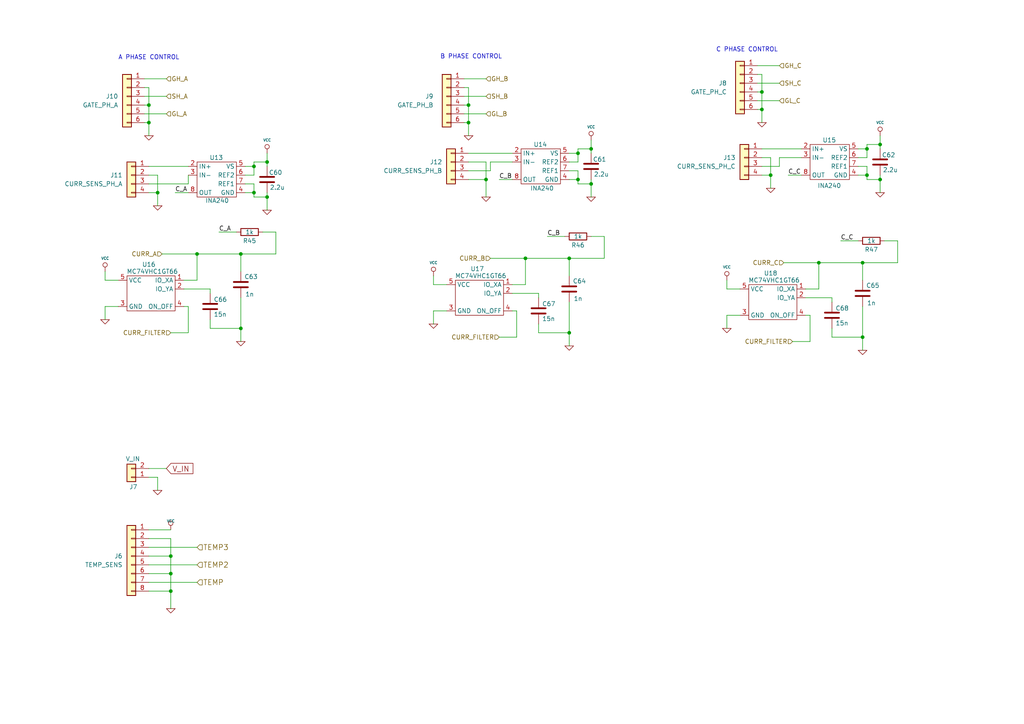
<source format=kicad_sch>
(kicad_sch (version 20231120) (generator "eeschema") (generator_version "8.0")
  (paper "A4")
  (title_block (title "MyVESC") (comment 2 "BREKESHEV BAKTIYAR"))
  (lib_symbols
    (symbol "BLDC_4-rescue:GND-RESCUE-BLDC_4" (power) (pin_names (offset 0))
      (symbol "GND-RESCUE-BLDC_4_0_1"
        (polyline (pts (xy -1.27 0) (xy 0 -1.27) (xy 1.27 0) (xy -1.27 0)))
      )
      (symbol "GND-RESCUE-BLDC_4_1_1"
        (pin power_in line (at 0 0 90) (length 0) hide (name "GND") (number "1"))
      )
    )
    (symbol "BLDC_4-rescue:VCC" (power) (pin_names (offset 0))
      (property "Value" "VCC" (at 0 3.81 0))
      (symbol "VCC_0_1"
        (polyline (pts (xy 0 0) (xy 0 1.27)))
        (circle (center 0 1.905) (radius 0.635))
      )
      (symbol "VCC_1_1"
        (pin power_in line (at 0 0 90) (length 0) hide (name "VCC") (number "1"))
      )
    )
    (symbol "Connector_Generic:Conn_01x02" (pin_names (offset 1.016) hide)
      (property "Reference" "J" (at 0 2.54 0))
      (property "Value" "Conn_01x02" (at 0 -5.08 0))
      (symbol "Conn_01x02_1_1"
        (rectangle (start -1.27 -2.413) (end 0 -2.667) (stroke (width 0.1524)))
        (rectangle (start -1.27 0.127) (end 0 -0.127) (stroke (width 0.1524)))
        (rectangle (start -1.27 1.27) (end 1.27 -3.81) (stroke (width 0.254)) (fill (type background)))
        (pin passive line (at -5.08 0 0) (length 3.81) (name "Pin_1") (number "1"))
        (pin passive line (at -5.08 -2.54 0) (length 3.81) (name "Pin_2") (number "2"))
      )
    )
    (symbol "Connector_Generic:Conn_01x04" (pin_names (offset 1.016) hide)
      (property "Reference" "J" (at 0 5.08 0))
      (property "Value" "Conn_01x04" (at 0 -7.62 0))
      (symbol "Conn_01x04_1_1"
        (rectangle (start -1.27 -4.953) (end 0 -5.207) (stroke (width 0.1524)))
        (rectangle (start -1.27 -2.413) (end 0 -2.667) (stroke (width 0.1524)))
        (rectangle (start -1.27 0.127) (end 0 -0.127) (stroke (width 0.1524)))
        (rectangle (start -1.27 2.667) (end 0 2.413) (stroke (width 0.1524)))
        (rectangle (start -1.27 3.81) (end 1.27 -6.35) (stroke (width 0.254)) (fill (type background)))
        (pin passive line (at -5.08 2.54 0) (length 3.81) (name "Pin_1") (number "1"))
        (pin passive line (at -5.08 0 0) (length 3.81) (name "Pin_2") (number "2"))
        (pin passive line (at -5.08 -2.54 0) (length 3.81) (name "Pin_3") (number "3"))
        (pin passive line (at -5.08 -5.08 0) (length 3.81) (name "Pin_4") (number "4"))
      )
    )
    (symbol "Connector_Generic:Conn_01x06" (pin_names (offset 1.016) hide)
      (property "Reference" "J" (at 0 7.62 0))
      (property "Value" "Conn_01x06" (at 0 -10.16 0))
      (symbol "Conn_01x06_1_1"
        (rectangle (start -1.27 -7.493) (end 0 -7.747) (stroke (width 0.1524)))
        (rectangle (start -1.27 -4.953) (end 0 -5.207) (stroke (width 0.1524)))
        (rectangle (start -1.27 -2.413) (end 0 -2.667) (stroke (width 0.1524)))
        (rectangle (start -1.27 0.127) (end 0 -0.127) (stroke (width 0.1524)))
        (rectangle (start -1.27 2.667) (end 0 2.413) (stroke (width 0.1524)))
        (rectangle (start -1.27 5.207) (end 0 4.953) (stroke (width 0.1524)))
        (rectangle (start -1.27 6.35) (end 1.27 -8.89) (stroke (width 0.254)) (fill (type background)))
        (pin passive line (at -5.08 5.08 0) (length 3.81) (name "Pin_1") (number "1"))
        (pin passive line (at -5.08 2.54 0) (length 3.81) (name "Pin_2") (number "2"))
        (pin passive line (at -5.08 0 0) (length 3.81) (name "Pin_3") (number "3"))
        (pin passive line (at -5.08 -2.54 0) (length 3.81) (name "Pin_4") (number "4"))
        (pin passive line (at -5.08 -5.08 0) (length 3.81) (name "Pin_5") (number "5"))
        (pin passive line (at -5.08 -7.62 0) (length 3.81) (name "Pin_6") (number "6"))
      )
    )
    (symbol "Connector_Generic:Conn_01x08" (pin_names (offset 1.016) hide)
      (property "Reference" "J" (at 0 10.16 0))
      (property "Value" "Conn_01x08" (at 0 -12.7 0))
      (symbol "Conn_01x08_1_1"
        (rectangle (start -1.27 -10.033) (end 0 -10.287) (stroke (width 0.1524)))
        (rectangle (start -1.27 -7.493) (end 0 -7.747) (stroke (width 0.1524)))
        (rectangle (start -1.27 -4.953) (end 0 -5.207) (stroke (width 0.1524)))
        (rectangle (start -1.27 -2.413) (end 0 -2.667) (stroke (width 0.1524)))
        (rectangle (start -1.27 0.127) (end 0 -0.127) (stroke (width 0.1524)))
        (rectangle (start -1.27 2.667) (end 0 2.413) (stroke (width 0.1524)))
        (rectangle (start -1.27 5.207) (end 0 4.953) (stroke (width 0.1524)))
        (rectangle (start -1.27 7.747) (end 0 7.493) (stroke (width 0.1524)))
        (rectangle (start -1.27 8.89) (end 1.27 -11.43) (stroke (width 0.254)) (fill (type background)))
        (pin passive line (at -5.08 7.62 0) (length 3.81) (name "Pin_1") (number "1"))
        (pin passive line (at -5.08 5.08 0) (length 3.81) (name "Pin_2") (number "2"))
        (pin passive line (at -5.08 2.54 0) (length 3.81) (name "Pin_3") (number "3"))
        (pin passive line (at -5.08 0 0) (length 3.81) (name "Pin_4") (number "4"))
        (pin passive line (at -5.08 -2.54 0) (length 3.81) (name "Pin_5") (number "5"))
        (pin passive line (at -5.08 -5.08 0) (length 3.81) (name "Pin_6") (number "6"))
        (pin passive line (at -5.08 -7.62 0) (length 3.81) (name "Pin_7") (number "7"))
        (pin passive line (at -5.08 -10.16 0) (length 3.81) (name "Pin_8") (number "8"))
      )
    )
    (symbol "Device:C" (pin_numbers hide) (pin_names (offset 0.254))
      (property "Reference" "C" (at 0.635 2.54 0))
      (property "Value" "C" (at 0.635 -2.54 0))
      (symbol "C_0_1"
        (polyline (pts (xy -2.032 -0.762) (xy 2.032 -0.762)) (stroke (width 0.508)))
        (polyline (pts (xy -2.032 0.762) (xy 2.032 0.762)) (stroke (width 0.508)))
      )
      (symbol "C_1_1"
        (pin passive line (at 0 3.81 270) (length 2.794) (name "~") (number "1"))
        (pin passive line (at 0 -3.81 90) (length 2.794) (name "~") (number "2"))
      )
    )
    (symbol "Device:R" (pin_numbers hide) (pin_names (offset 0))
      (property "Reference" "R" (at 2.032 0 90))
      (property "Value" "R" (at 0 0 90))
      (symbol "R_0_1"
        (rectangle (start -1.016 -2.54) (end 1.016 2.54) (stroke (width 0.254)))
      )
      (symbol "R_1_1"
        (pin passive line (at 0 3.81 270) (length 1.27) (name "~") (number "1"))
        (pin passive line (at 0 -3.81 90) (length 1.27) (name "~") (number "2"))
      )
    )
    (symbol "INA240:INA240"
      (property "Reference" "U13" (at 3.048 0 0))
      (property "Value" "INA240" (at 3.302 -12.446 0))
      (symbol "INA240_0_1"
        (rectangle (start -2.54 -1.27) (end 8.89 -11.43))
      )
      (symbol "INA240_1_1"
        (pin input line (at -5.08 -2.54 0) (length 2.54) (name "IN+") (number "2"))
        (pin input line (at -5.08 -5.08 0) (length 2.54) (name "IN-") (number "3"))
        (pin passive line (at 11.43 -10.16 180) (length 2.54) (name "GND") (number "4"))
        (pin passive line (at 11.43 -2.54 180) (length 2.54) (name "VS") (number "5"))
        (pin passive line (at 11.43 -5.08 180) (length 2.54) (name "REF2") (number "6"))
        (pin passive line (at 11.43 -7.62 180) (length 2.54) (name "REF1") (number "7"))
        (pin output line (at -5.08 -10.16 0) (length 2.54) (name "OUT") (number "8"))
      )
    )
    (symbol "INA240_1"
      (property "Reference" "U15" (at 3.048 0 0))
      (property "Value" "INA240" (at 3.048 -13.208 0))
      (symbol "INA240_1_0_1"
        (rectangle (start -2.54 -1.27) (end 8.89 -11.43))
      )
      (symbol "INA240_1_1_1"
        (pin input line (at -5.08 -2.54 0) (length 2.54) (name "IN+") (number "2"))
        (pin input line (at -5.08 -5.08 0) (length 2.54) (name "IN-") (number "3"))
        (pin passive line (at 11.43 -10.16 180) (length 2.54) (name "GND") (number "4"))
        (pin passive line (at 11.43 -2.54 180) (length 2.54) (name "VS") (number "5"))
        (pin passive line (at 11.43 -5.08 180) (length 2.54) (name "REF2") (number "6"))
        (pin passive line (at 11.43 -7.62 180) (length 2.54) (name "REF1") (number "7"))
        (pin output line (at -5.08 -10.16 0) (length 2.54) (name "OUT") (number "8"))
      )
    )
    (symbol "INA240_2"
      (property "Reference" "U14" (at 3.048 0 0))
      (property "Value" "INA240" (at 3.556 -12.7 0))
      (symbol "INA240_2_0_1"
        (rectangle (start -2.54 -1.27) (end 8.89 -11.43))
      )
      (symbol "INA240_2_1_1"
        (pin input line (at -5.08 -2.54 0) (length 2.54) (name "IN+") (number "2"))
        (pin input line (at -5.08 -5.08 0) (length 2.54) (name "IN-") (number "3"))
        (pin passive line (at 11.43 -10.16 180) (length 2.54) (name "GND") (number "4"))
        (pin passive line (at 11.43 -2.54 180) (length 2.54) (name "VS") (number "5"))
        (pin passive line (at 11.43 -5.08 180) (length 2.54) (name "REF2") (number "6"))
        (pin passive line (at 11.43 -7.62 180) (length 2.54) (name "REF1") (number "7"))
        (pin output line (at -5.08 -10.16 0) (length 2.54) (name "OUT") (number "8"))
      )
    )
    (symbol "MC74VHC1GT66:MC74VHC1GT66"
      (property "Reference" "U7" (at 0 2.032 0))
      (property "Value" "MC74VHC1GT66" (at 1.016 0 0))
      (symbol "MC74VHC1GT66_0_1"
        (rectangle (start -6.35 -1.27) (end 7.62 -11.43))
      )
      (symbol "MC74VHC1GT66_1_1"
        (pin passive line (at 10.16 -2.54 180) (length 2.54) (name "IO_XA") (number "1"))
        (pin passive line (at 10.16 -5.08 180) (length 2.54) (name "IO_YA") (number "2"))
        (pin passive line (at -8.89 -10.16 0) (length 2.54) (name "GND") (number "3"))
        (pin passive line (at 10.16 -10.16 180) (length 2.54) (name "ON_OFF") (number "4"))
        (pin power_in line (at -8.89 -2.54 0) (length 2.54) (name "VCC") (number "5"))
      )
    )
  )
  (junction (at 73.66 48.26))
  (junction (at 69.85 95.25))
  (junction (at 165.1 96.52))
  (junction (at 43.18 30.48))
  (junction (at 251.46 43.18))
  (junction (at 251.46 50.8))
  (junction (at 49.53 166.37))
  (junction (at 220.98 26.67))
  (junction (at 152.4 74.93))
  (junction (at 167.64 44.45))
  (junction (at 250.19 97.79))
  (junction (at 49.53 171.45))
  (junction (at 135.89 35.56))
  (junction (at 171.45 43.18))
  (junction (at 220.98 31.75))
  (junction (at 135.89 30.48))
  (junction (at 250.19 76.2))
  (junction (at 255.27 41.91))
  (junction (at 223.52 50.8))
  (junction (at 43.18 35.56))
  (junction (at 255.27 52.07))
  (junction (at 167.64 52.07))
  (junction (at 77.47 57.15))
  (junction (at 73.66 55.88))
  (junction (at 45.72 55.88))
  (junction (at 69.85 73.66))
  (junction (at 171.45 53.34))
  (junction (at 237.49 76.2))
  (junction (at 77.47 46.99))
  (junction (at 140.97 52.07))
  (junction (at 165.1 74.93))
  (junction (at 57.15 73.66))
  (junction (at 49.53 161.29))
  (wire (pts (xy 165.1 87.63) (xy 165.1 96.52)))
  (wire (pts (xy 73.66 50.8) (xy 73.66 48.26)))
  (wire (pts (xy 171.45 43.18) (xy 167.64 43.18)))
  (wire (pts (xy 43.18 35.56) (xy 43.18 30.48)))
  (wire (pts (xy 142.24 49.53) (xy 135.89 49.53)))
  (wire (pts (xy 43.18 138.43) (xy 45.72 138.43)))
  (wire (pts (xy 77.47 44.45) (xy 77.47 46.99)))
  (wire (pts (xy 49.53 156.21) (xy 49.53 161.29)))
  (wire (pts (xy 134.62 22.86) (xy 140.97 22.86)))
  (wire (pts (xy 57.15 168.91) (xy 43.18 168.91)))
  (wire (pts (xy 135.89 25.4) (xy 135.89 30.48)))
  (wire (pts (xy 125.73 90.17) (xy 125.73 93.98)))
  (wire (pts (xy 53.34 88.9) (xy 54.61 88.9)))
  (wire (pts (xy 241.3 97.79) (xy 250.19 97.79)))
  (wire (pts (xy 80.01 67.31) (xy 80.01 73.66)))
  (wire (pts (xy 60.96 95.25) (xy 60.96 92.71)))
  (wire (pts (xy 250.19 76.2) (xy 237.49 76.2)))
  (wire (pts (xy 135.89 44.45) (xy 148.59 44.45)))
  (wire (pts (xy 69.85 95.25) (xy 69.85 99.06)))
  (wire (pts (xy 248.92 43.18) (xy 251.46 43.18)))
  (wire (pts (xy 45.72 50.8) (xy 45.72 55.88)))
  (wire (pts (xy 43.18 53.34) (xy 54.61 53.34)))
  (wire (pts (xy 156.21 86.36) (xy 156.21 85.09)))
  (wire (pts (xy 241.3 86.36) (xy 233.68 86.36)))
  (wire (pts (xy 49.53 171.45) (xy 49.53 176.53)))
  (wire (pts (xy 255.27 52.07) (xy 255.27 55.88)))
  (wire (pts (xy 220.98 31.75) (xy 220.98 26.67)))
  (wire (pts (xy 140.97 33.02) (xy 134.62 33.02)))
  (wire (pts (xy 135.89 35.56) (xy 135.89 39.37)))
  (wire (pts (xy 73.66 46.99) (xy 77.47 46.99)))
  (wire (pts (xy 220.98 21.59) (xy 220.98 26.67)))
  (wire (pts (xy 251.46 48.26) (xy 251.46 50.8)))
  (wire (pts (xy 60.96 85.09) (xy 60.96 83.82)))
  (wire (pts (xy 46.99 73.66) (xy 57.15 73.66)))
  (wire (pts (xy 43.18 48.26) (xy 54.61 48.26)))
  (wire (pts (xy 135.89 35.56) (xy 135.89 30.48)))
  (wire (pts (xy 220.98 48.26) (xy 226.06 48.26)))
  (wire (pts (xy 220.98 26.67) (xy 219.71 26.67)))
  (wire (pts (xy 54.61 88.9) (xy 54.61 96.52)))
  (wire (pts (xy 60.96 95.25) (xy 69.85 95.25)))
  (wire (pts (xy 167.64 43.18) (xy 167.64 44.45)))
  (wire (pts (xy 165.1 46.99) (xy 167.64 46.99)))
  (wire (pts (xy 142.24 74.93) (xy 152.4 74.93)))
  (wire (pts (xy 30.48 88.9) (xy 30.48 92.71)))
  (wire (pts (xy 171.45 52.07) (xy 171.45 53.34)))
  (wire (pts (xy 152.4 74.93) (xy 152.4 82.55)))
  (wire (pts (xy 63.5 67.31) (xy 68.58 67.31)))
  (wire (pts (xy 77.47 46.99) (xy 77.47 48.26)))
  (wire (pts (xy 255.27 50.8) (xy 255.27 52.07)))
  (wire (pts (xy 69.85 86.36) (xy 69.85 95.25)))
  (wire (pts (xy 165.1 49.53) (xy 167.64 49.53)))
  (wire (pts (xy 260.35 69.85) (xy 256.54 69.85)))
  (wire (pts (xy 71.12 50.8) (xy 73.66 50.8)))
  (wire (pts (xy 219.71 19.05) (xy 226.06 19.05)))
  (wire (pts (xy 167.64 46.99) (xy 167.64 44.45)))
  (wire (pts (xy 175.26 68.58) (xy 175.26 74.93)))
  (wire (pts (xy 158.75 68.58) (xy 163.83 68.58)))
  (wire (pts (xy 171.45 53.34) (xy 167.64 53.34)))
  (wire (pts (xy 220.98 50.8) (xy 223.52 50.8)))
  (wire (pts (xy 223.52 50.8) (xy 223.52 54.61)))
  (wire (pts (xy 165.1 44.45) (xy 167.64 44.45)))
  (wire (pts (xy 41.91 22.86) (xy 48.26 22.86)))
  (wire (pts (xy 73.66 53.34) (xy 73.66 55.88)))
  (wire (pts (xy 255.27 52.07) (xy 251.46 52.07)))
  (wire (pts (xy 135.89 30.48) (xy 134.62 30.48)))
  (wire (pts (xy 41.91 35.56) (xy 43.18 35.56)))
  (wire (pts (xy 220.98 43.18) (xy 232.41 43.18)))
  (wire (pts (xy 241.3 97.79) (xy 241.3 95.25)))
  (wire (pts (xy 165.1 96.52) (xy 165.1 100.33)))
  (wire (pts (xy 234.95 91.44) (xy 234.95 99.06)))
  (wire (pts (xy 71.12 48.26) (xy 73.66 48.26)))
  (wire (pts (xy 43.18 166.37) (xy 49.53 166.37)))
  (wire (pts (xy 250.19 88.9) (xy 250.19 97.79)))
  (wire (pts (xy 134.62 25.4) (xy 135.89 25.4)))
  (wire (pts (xy 219.71 21.59) (xy 220.98 21.59)))
  (wire (pts (xy 255.27 41.91) (xy 251.46 41.91)))
  (wire (pts (xy 237.49 83.82) (xy 233.68 83.82)))
  (wire (pts (xy 260.35 69.85) (xy 260.35 76.2)))
  (wire (pts (xy 251.46 41.91) (xy 251.46 43.18)))
  (wire (pts (xy 34.29 81.28) (xy 30.48 81.28)))
  (wire (pts (xy 45.72 55.88) (xy 45.72 59.69)))
  (wire (pts (xy 250.19 81.28) (xy 250.19 76.2)))
  (wire (pts (xy 251.46 52.07) (xy 251.46 50.8)))
  (wire (pts (xy 129.54 82.55) (xy 125.73 82.55)))
  (wire (pts (xy 45.72 55.88) (xy 43.18 55.88)))
  (wire (pts (xy 129.54 90.17) (xy 125.73 90.17)))
  (wire (pts (xy 171.45 43.18) (xy 171.45 40.64)))
  (wire (pts (xy 57.15 158.75) (xy 43.18 158.75)))
  (wire (pts (xy 226.06 45.72) (xy 232.41 45.72)))
  (wire (pts (xy 54.61 53.34) (xy 54.61 50.8)))
  (wire (pts (xy 250.19 97.79) (xy 250.19 101.6)))
  (wire (pts (xy 156.21 96.52) (xy 156.21 93.98)))
  (wire (pts (xy 255.27 41.91) (xy 255.27 39.37)))
  (wire (pts (xy 234.95 99.06) (xy 229.87 99.06)))
  (wire (pts (xy 226.06 45.72) (xy 226.06 48.26)))
  (wire (pts (xy 156.21 96.52) (xy 165.1 96.52)))
  (wire (pts (xy 140.97 46.99) (xy 140.97 52.07)))
  (wire (pts (xy 226.06 29.21) (xy 219.71 29.21)))
  (wire (pts (xy 219.71 31.75) (xy 220.98 31.75)))
  (wire (pts (xy 241.3 87.63) (xy 241.3 86.36)))
  (wire (pts (xy 48.26 27.94) (xy 41.91 27.94)))
  (wire (pts (xy 80.01 67.31) (xy 76.2 67.31)))
  (wire (pts (xy 43.18 161.29) (xy 49.53 161.29)))
  (wire (pts (xy 43.18 25.4) (xy 43.18 30.48)))
  (wire (pts (xy 175.26 68.58) (xy 171.45 68.58)))
  (wire (pts (xy 248.92 50.8) (xy 251.46 50.8)))
  (wire (pts (xy 43.18 35.56) (xy 43.18 39.37)))
  (wire (pts (xy 80.01 73.66) (xy 69.85 73.66)))
  (wire (pts (xy 69.85 73.66) (xy 57.15 73.66)))
  (wire (pts (xy 54.61 96.52) (xy 49.53 96.52)))
  (wire (pts (xy 227.33 76.2) (xy 237.49 76.2)))
  (wire (pts (xy 171.45 44.45) (xy 171.45 43.18)))
  (wire (pts (xy 125.73 80.01) (xy 125.73 82.55)))
  (wire (pts (xy 148.59 90.17) (xy 149.86 90.17)))
  (wire (pts (xy 214.63 83.82) (xy 210.82 83.82)))
  (wire (pts (xy 233.68 91.44) (xy 234.95 91.44)))
  (wire (pts (xy 57.15 163.83) (xy 43.18 163.83)))
  (wire (pts (xy 69.85 78.74) (xy 69.85 73.66)))
  (wire (pts (xy 73.66 46.99) (xy 73.66 48.26)))
  (wire (pts (xy 49.53 166.37) (xy 49.53 171.45)))
  (wire (pts (xy 43.18 156.21) (xy 49.53 156.21)))
  (wire (pts (xy 43.18 50.8) (xy 45.72 50.8)))
  (wire (pts (xy 43.18 30.48) (xy 41.91 30.48)))
  (wire (pts (xy 135.89 52.07) (xy 140.97 52.07)))
  (wire (pts (xy 49.53 153.67) (xy 43.18 153.67)))
  (wire (pts (xy 210.82 81.28) (xy 210.82 83.82)))
  (wire (pts (xy 43.18 135.89) (xy 48.26 135.89)))
  (wire (pts (xy 260.35 76.2) (xy 250.19 76.2)))
  (wire (pts (xy 255.27 43.18) (xy 255.27 41.91)))
  (wire (pts (xy 30.48 78.74) (xy 30.48 81.28)))
  (wire (pts (xy 165.1 74.93) (xy 152.4 74.93)))
  (wire (pts (xy 175.26 74.93) (xy 165.1 74.93)))
  (wire (pts (xy 167.64 53.34) (xy 167.64 52.07)))
  (wire (pts (xy 167.64 49.53) (xy 167.64 52.07)))
  (wire (pts (xy 48.26 33.02) (xy 41.91 33.02)))
  (wire (pts (xy 237.49 76.2) (xy 237.49 83.82)))
  (wire (pts (xy 45.72 138.43) (xy 45.72 142.24)))
  (wire (pts (xy 149.86 97.79) (xy 144.78 97.79)))
  (wire (pts (xy 144.78 52.07) (xy 148.59 52.07)))
  (wire (pts (xy 77.47 57.15) (xy 73.66 57.15)))
  (wire (pts (xy 210.82 91.44) (xy 210.82 95.25)))
  (wire (pts (xy 41.91 25.4) (xy 43.18 25.4)))
  (wire (pts (xy 165.1 80.01) (xy 165.1 74.93)))
  (wire (pts (xy 73.66 57.15) (xy 73.66 55.88)))
  (wire (pts (xy 77.47 55.88) (xy 77.47 57.15)))
  (wire (pts (xy 248.92 45.72) (xy 251.46 45.72)))
  (wire (pts (xy 156.21 85.09) (xy 148.59 85.09)))
  (wire (pts (xy 71.12 55.88) (xy 73.66 55.88)))
  (wire (pts (xy 142.24 46.99) (xy 148.59 46.99)))
  (wire (pts (xy 57.15 73.66) (xy 57.15 81.28)))
  (wire (pts (xy 228.6 50.8) (xy 232.41 50.8)))
  (wire (pts (xy 149.86 90.17) (xy 149.86 97.79)))
  (wire (pts (xy 171.45 53.34) (xy 171.45 57.15)))
  (wire (pts (xy 226.06 24.13) (xy 219.71 24.13)))
  (wire (pts (xy 71.12 53.34) (xy 73.66 53.34)))
  (wire (pts (xy 223.52 50.8) (xy 223.52 45.72)))
  (wire (pts (xy 77.47 57.15) (xy 77.47 60.96)))
  (wire (pts (xy 60.96 83.82) (xy 53.34 83.82)))
  (wire (pts (xy 34.29 88.9) (xy 30.48 88.9)))
  (wire (pts (xy 243.84 69.85) (xy 248.92 69.85)))
  (wire (pts (xy 248.92 48.26) (xy 251.46 48.26)))
  (wire (pts (xy 142.24 46.99) (xy 142.24 49.53)))
  (wire (pts (xy 223.52 45.72) (xy 220.98 45.72)))
  (wire (pts (xy 214.63 91.44) (xy 210.82 91.44)))
  (wire (pts (xy 57.15 81.28) (xy 53.34 81.28)))
  (wire (pts (xy 140.97 46.99) (xy 135.89 46.99)))
  (wire (pts (xy 50.8 55.88) (xy 54.61 55.88)))
  (wire (pts (xy 140.97 27.94) (xy 134.62 27.94)))
  (wire (pts (xy 251.46 45.72) (xy 251.46 43.18)))
  (wire (pts (xy 49.53 161.29) (xy 49.53 166.37)))
  (wire (pts (xy 220.98 31.75) (xy 220.98 35.56)))
  (wire (pts (xy 134.62 35.56) (xy 135.89 35.56)))
  (wire (pts (xy 140.97 52.07) (xy 140.97 57.15)))
  (wire (pts (xy 49.53 171.45) (xy 43.18 171.45)))
  (wire (pts (xy 152.4 82.55) (xy 148.59 82.55)))
  (wire (pts (xy 165.1 52.07) (xy 167.64 52.07)))
  (text "A PHASE CONTROL\n" (at 43.18 16.764 0) (effects (font (size 1.27 1.27))))
  (text "B PHASE CONTROL\n" (at 136.652 16.51 0) (effects (font (size 1.27 1.27))))
  (text "C PHASE CONTROL\n" (at 216.662 14.478 0) (effects (font (size 1.27 1.27))))
  (label "C_C" (at 228.6 50.8 0))
  (label "C_C" (at 243.84 69.85 0))
  (label "C_A" (at 63.5 67.31 0))
  (label "C_B" (at 144.78 52.07 0))
  (label "C_A" (at 50.8 55.88 0))
  (label "C_B" (at 158.75 68.58 0))
  (global_label "V_IN" (shape input) (at 48.26 135.89 0) (effects (font (size 1.524 1.524))) (property "Intersheetrefs" "${INTERSHEET_REFS}" (effects (hide yes))))
  (hierarchical_label "SH_C" (shape input) (at 226.06 24.13 0))
  (hierarchical_label "GL_C" (shape input) (at 226.06 29.21 0))
  (hierarchical_label "GL_B" (shape input) (at 140.97 33.02 0))
  (hierarchical_label "TEMP2" (shape input) (at 57.15 163.83 0) (effects (font (size 1.524 1.524))))
  (hierarchical_label "TEMP" (shape input) (at 57.15 168.91 0) (effects (font (size 1.524 1.524))))
  (hierarchical_label "CURR_FILTER" (shape input) (at 49.53 96.52 180))
  (hierarchical_label "CURR_B" (shape input) (at 142.24 74.93 180))
  (hierarchical_label "GH_B" (shape input) (at 140.97 22.86 0))
  (hierarchical_label "CURR_A" (shape input) (at 46.99 73.66 180))
  (hierarchical_label "SH_A" (shape input) (at 48.26 27.94 0))
  (hierarchical_label "TEMP3" (shape input) (at 57.15 158.75 0) (effects (font (size 1.524 1.524))))
  (hierarchical_label "GH_C" (shape input) (at 226.06 19.05 0))
  (hierarchical_label "CURR_FILTER" (shape input) (at 144.78 97.79 180))
  (hierarchical_label "GH_A" (shape input) (at 48.26 22.86 0))
  (hierarchical_label "SH_B" (shape input) (at 140.97 27.94 0))
  (hierarchical_label "GL_A" (shape input) (at 48.26 33.02 0))
  (hierarchical_label "CURR_FILTER" (shape input) (at 229.87 99.06 180))
  (hierarchical_label "CURR_C" (shape input) (at 227.33 76.2 180))
  (symbol (lib_id "Connector_Generic:Conn_01x04") (at 130.81 46.99 0) (mirror y) (unit 1)
    (property "Reference" "J12" (at 128.27 46.9899 0) (effects (justify left)))
    (property "Value" "CURR_SENS_PH_B" (at 128.27 49.5299 0) (effects (justify left)))
    (property "Footprint" "Connector_PinHeader_1.00mm:PinHeader_1x04_P1.00mm_Vertical" (effects (hide yes)))
    (property "Description" "Generic connector, single row, 01x04, script generated (kicad-library-utils/schlib/autogen/connector/)" (effects (hide yes)))
  )
  (symbol (lib_id "BLDC_4-rescue:VCC") (at 255.27 39.37 0) (unit 1)
    (property "Reference" "#PWR077" (effects (hide yes)))
    (property "Value" "VCC" (at 255.27 35.56 0) (effects (font (size 0.762 0.762))))
  )
  (symbol (lib_id "BLDC_4-rescue:GND-RESCUE-BLDC_4") (at 210.82 95.25 0) (unit 1)
    (property "Reference" "#PWR087" (effects (hide yes)))
    (property "Value" "GND" (effects (hide yes)))
  )
  (symbol (lib_id "Connector_Generic:Conn_01x02") (at 38.1 138.43 180) (unit 1)
    (property "Reference" "J7" (at 39.878 141.224 0) (effects (justify left)))
    (property "Value" "V_IN" (at 40.64 133.096 0) (effects (justify left)))
    (property "Footprint" "Connector_PinHeader_1.00mm:PinHeader_1x02_P1.00mm_Vertical" (effects (hide yes)))
    (property "Description" "Generic connector, single row, 01x02, script generated (kicad-library-utils/schlib/autogen/connector/)" (effects (hide yes)))
  )
  (symbol (lib_id "Device:C") (at 255.27 46.99 0) (unit 1)
    (property "Reference" "C62" (at 255.778 44.958 0) (effects (justify left)))
    (property "Value" "2.2u" (at 256.032 49.276 0) (effects (justify left)))
    (property "Footprint" "Capacitor_SMD:C_0603_1608Metric" (effects (hide yes)))
    (property "Description" "Unpolarized capacitor" (effects (hide yes)))
  )
  (symbol (lib_id "Device:R") (at 252.73 69.85 90) (unit 1)
    (property "Reference" "R47" (at 252.73 72.39 90))
    (property "Value" "1k" (at 252.73 69.85 90))
    (property "Footprint" "Resistor_SMD:R_0805_2012Metric" (effects (hide yes)))
    (property "Description" "Resistor" (effects (hide yes)))
  )
  (symbol (lib_id "BLDC_4-rescue:VCC") (at 171.45 40.64 0) (unit 1)
    (property "Reference" "#PWR076" (effects (hide yes)))
    (property "Value" "VCC" (at 171.45 36.83 0) (effects (font (size 0.762 0.762))))
  )
  (symbol (lib_id "BLDC_4-rescue:VCC") (at 125.73 80.01 0) (unit 1)
    (property "Reference" "#PWR083" (effects (hide yes)))
    (property "Value" "VCC" (at 125.73 76.2 0) (effects (font (size 0.762 0.762))))
  )
  (symbol (lib_id "BLDC_4-rescue:VCC") (at 77.47 44.45 0) (unit 1)
    (property "Reference" "#PWR075" (effects (hide yes)))
    (property "Value" "VCC" (at 77.47 40.64 0) (effects (font (size 0.762 0.762))))
  )
  (symbol (lib_id "Connector_Generic:Conn_01x06") (at 214.63 24.13 0) (mirror y) (unit 1)
    (property "Reference" "J8" (at 210.82 24.1299 0) (effects (justify left)))
    (property "Value" "GATE_PH_C" (at 210.82 26.6699 0) (effects (justify left)))
    (property "Footprint" "Connector_PinHeader_1.00mm:PinHeader_1x06_P1.00mm_Vertical" (effects (hide yes)))
    (property "Description" "Generic connector, single row, 01x06, script generated (kicad-library-utils/schlib/autogen/connector/)" (effects (hide yes)))
  )
  (symbol (lib_id "BLDC_4-rescue:GND-RESCUE-BLDC_4") (at 255.27 55.88 0) (unit 1)
    (property "Reference" "#PWR080" (effects (hide yes)))
    (property "Value" "GND" (effects (hide yes)))
  )
  (symbol (lib_id "BLDC_4-rescue:GND-RESCUE-BLDC_4") (at 77.47 60.96 0) (unit 1)
    (property "Reference" "#PWR078" (effects (hide yes)))
    (property "Value" "GND" (effects (hide yes)))
  )
  (symbol (lib_id "BLDC_4-rescue:GND-RESCUE-BLDC_4") (at 45.72 142.24 0) (unit 1)
    (property "Reference" "#PWR091" (effects (hide yes)))
    (property "Value" "GND" (effects (hide yes)))
  )
  (symbol (lib_id "Device:C") (at 165.1 83.82 0) (unit 1)
    (property "Reference" "C64" (at 166.116 81.534 0) (effects (justify left)))
    (property "Value" "1n" (at 166.37 86.614 0) (effects (justify left)))
    (property "Footprint" "Capacitor_SMD:C_0603_1608Metric" (effects (hide yes)))
    (property "Description" "Unpolarized capacitor" (effects (hide yes)))
  )
  (symbol (lib_id "Device:R") (at 72.39 67.31 90) (unit 1)
    (property "Reference" "R45" (at 72.39 69.85 90))
    (property "Value" "1k" (at 72.39 67.31 90))
    (property "Footprint" "Resistor_SMD:R_0805_2012Metric" (effects (hide yes)))
    (property "Description" "Resistor" (effects (hide yes)))
  )
  (symbol (lib_id "BLDC_4-rescue:VCC") (at 30.48 78.74 0) (unit 1)
    (property "Reference" "#PWR082" (effects (hide yes)))
    (property "Value" "VCC" (at 30.48 74.93 0) (effects (font (size 0.762 0.762))))
  )
  (symbol (lib_id "BLDC_4-rescue:GND-RESCUE-BLDC_4") (at 43.18 39.37 0) (mirror y) (unit 1)
    (property "Reference" "#PWR094" (effects (hide yes)))
    (property "Value" "GND" (effects (hide yes)))
  )
  (symbol (lib_id "Device:C") (at 60.96 88.9 0) (unit 1)
    (property "Reference" "C66" (at 61.976 86.868 0) (effects (justify left)))
    (property "Value" "15n" (at 61.976 91.186 0) (effects (justify left)))
    (property "Footprint" "Capacitor_SMD:C_0603_1608Metric" (effects (hide yes)))
    (property "Description" "Unpolarized capacitor" (effects (hide yes)))
  )
  (symbol (lib_id "Connector_Generic:Conn_01x06") (at 129.54 27.94 0) (mirror y) (unit 1)
    (property "Reference" "J9" (at 125.73 27.9399 0) (effects (justify left)))
    (property "Value" "GATE_PH_B" (at 125.73 30.4799 0) (effects (justify left)))
    (property "Footprint" "Connector_PinHeader_1.00mm:PinHeader_1x06_P1.00mm_Vertical" (effects (hide yes)))
    (property "Description" "Generic connector, single row, 01x06, script generated (kicad-library-utils/schlib/autogen/connector/)" (effects (hide yes)))
  )
  (symbol (lib_id "Device:C") (at 156.21 90.17 0) (unit 1)
    (property "Reference" "C67" (at 157.226 88.138 0) (effects (justify left)))
    (property "Value" "15n" (at 157.226 92.456 0) (effects (justify left)))
    (property "Footprint" "Capacitor_SMD:C_0603_1608Metric" (effects (hide yes)))
    (property "Description" "Unpolarized capacitor" (effects (hide yes)))
  )
  (symbol (lib_id "Connector_Generic:Conn_01x08") (at 38.1 161.29 0) (mirror y) (unit 1)
    (property "Reference" "J6" (at 35.56 161.2899 0) (effects (justify left)))
    (property "Value" "TEMP_SENS" (at 35.56 163.8299 0) (effects (justify left)))
    (property "Footprint" "Connector_PinHeader_1.00mm:PinHeader_1x08_P1.00mm_Vertical" (effects (hide yes)))
    (property "Description" "Generic connector, single row, 01x08, script generated (kicad-library-utils/schlib/autogen/connector/)" (effects (hide yes)))
  )
  (symbol (lib_id "BLDC_4-rescue:VCC") (at 210.82 81.28 0) (unit 1)
    (property "Reference" "#PWR084" (effects (hide yes)))
    (property "Value" "VCC" (at 210.82 77.47 0) (effects (font (size 0.762 0.762))))
  )
  (symbol (lib_id "BLDC_4-rescue:GND-RESCUE-BLDC_4") (at 223.52 54.61 0) (mirror y) (unit 1)
    (property "Reference" "#PWR081" (effects (hide yes)))
    (property "Value" "GND" (effects (hide yes)))
  )
  (symbol (lib_id "BLDC_4-rescue:GND-RESCUE-BLDC_4") (at 140.97 57.15 0) (mirror y) (unit 1)
    (property "Reference" "#PWR096" (effects (hide yes)))
    (property "Value" "GND" (effects (hide yes)))
  )
  (symbol (lib_name "INA240_2") (lib_id "INA240:INA240") (at 153.67 41.91 0) (unit 1)
    (property "Reference" "U14" (at 156.718 41.91 0))
    (property "Value" "INA240" (at 157.226 54.61 0))
    (property "Footprint" "Package_SO:SOIC-8_3.9x4.9mm_P1.27mm" (effects (hide yes)))
  )
  (symbol (lib_id "Device:C") (at 69.85 82.55 0) (unit 1)
    (property "Reference" "C63" (at 70.866 80.264 0) (effects (justify left)))
    (property "Value" "1n" (at 71.12 85.344 0) (effects (justify left)))
    (property "Footprint" "Capacitor_SMD:C_0603_1608Metric" (effects (hide yes)))
    (property "Description" "Unpolarized capacitor" (effects (hide yes)))
  )
  (symbol (lib_id "BLDC_4-rescue:GND-RESCUE-BLDC_4") (at 220.98 35.56 0) (mirror y) (unit 1)
    (property "Reference" "#PWR092" (effects (hide yes)))
    (property "Value" "GND" (effects (hide yes)))
  )
  (symbol (lib_id "Device:R") (at 167.64 68.58 90) (unit 1)
    (property "Reference" "R46" (at 167.64 71.12 90))
    (property "Value" "1k" (at 167.64 68.58 90))
    (property "Footprint" "Resistor_SMD:R_0805_2012Metric" (effects (hide yes)))
    (property "Description" "Resistor" (effects (hide yes)))
  )
  (symbol (lib_id "BLDC_4-rescue:GND-RESCUE-BLDC_4") (at 30.48 92.71 0) (unit 1)
    (property "Reference" "#PWR085" (effects (hide yes)))
    (property "Value" "GND" (effects (hide yes)))
  )
  (symbol (lib_id "BLDC_4-rescue:GND-RESCUE-BLDC_4") (at 165.1 100.33 0) (unit 1)
    (property "Reference" "#PWR089" (effects (hide yes)))
    (property "Value" "GND" (effects (hide yes)))
  )
  (symbol (lib_id "BLDC_4-rescue:GND-RESCUE-BLDC_4") (at 250.19 101.6 0) (unit 1)
    (property "Reference" "#PWR090" (effects (hide yes)))
    (property "Value" "GND" (effects (hide yes)))
  )
  (symbol (lib_id "MC74VHC1GT66:MC74VHC1GT66") (at 138.43 80.01 0) (unit 1)
    (property "Reference" "U17" (at 138.43 77.978 0))
    (property "Value" "MC74VHC1GT66" (at 139.446 80.01 0))
    (property "Footprint" "Package_SO:TSOP-5_1.65x3.05mm_P0.95mm" (effects (hide yes)))
  )
  (symbol (lib_id "BLDC_4-rescue:GND-RESCUE-BLDC_4") (at 171.45 57.15 0) (unit 1)
    (property "Reference" "#PWR079" (effects (hide yes)))
    (property "Value" "GND" (effects (hide yes)))
  )
  (symbol (lib_id "BLDC_4-rescue:GND-RESCUE-BLDC_4") (at 125.73 93.98 0) (unit 1)
    (property "Reference" "#PWR086" (effects (hide yes)))
    (property "Value" "GND" (effects (hide yes)))
  )
  (symbol (lib_id "MC74VHC1GT66:MC74VHC1GT66") (at 223.52 81.28 0) (unit 1)
    (property "Reference" "U18" (at 223.52 79.248 0))
    (property "Value" "MC74VHC1GT66" (at 224.536 81.28 0))
    (property "Footprint" "Package_SO:TSOP-5_1.65x3.05mm_P0.95mm" (effects (hide yes)))
  )
  (symbol (lib_id "Connector_Generic:Conn_01x04") (at 215.9 45.72 0) (mirror y) (unit 1)
    (property "Reference" "J13" (at 213.36 45.7199 0) (effects (justify left)))
    (property "Value" "CURR_SENS_PH_C" (at 213.36 48.2599 0) (effects (justify left)))
    (property "Footprint" "Connector_PinHeader_1.00mm:PinHeader_1x04_P1.00mm_Vertical" (effects (hide yes)))
    (property "Description" "Generic connector, single row, 01x04, script generated (kicad-library-utils/schlib/autogen/connector/)" (effects (hide yes)))
  )
  (symbol (lib_id "Connector_Generic:Conn_01x06") (at 36.83 27.94 0) (mirror y) (unit 1)
    (property "Reference" "J10" (at 34.29 27.9399 0) (effects (justify left)))
    (property "Value" "GATE_PH_A" (at 34.29 30.4799 0) (effects (justify left)))
    (property "Footprint" "Connector_PinHeader_1.00mm:PinHeader_1x06_P1.00mm_Vertical" (effects (hide yes)))
    (property "Description" "Generic connector, single row, 01x06, script generated (kicad-library-utils/schlib/autogen/connector/)" (effects (hide yes)))
  )
  (symbol (lib_id "BLDC_4-rescue:GND-RESCUE-BLDC_4") (at 45.72 59.69 0) (mirror y) (unit 1)
    (property "Reference" "#PWR095" (effects (hide yes)))
    (property "Value" "GND" (effects (hide yes)))
  )
  (symbol (lib_name "INA240_1") (lib_id "INA240:INA240") (at 237.49 40.64 0) (unit 1)
    (property "Reference" "U15" (at 240.538 40.64 0))
    (property "Value" "INA240" (at 240.538 53.848 0))
    (property "Footprint" "Package_SO:SOIC-8_3.9x4.9mm_P1.27mm" (effects (hide yes)))
  )
  (symbol (lib_id "MC74VHC1GT66:MC74VHC1GT66") (at 43.18 78.74 0) (unit 1)
    (property "Reference" "U16" (at 43.18 76.708 0))
    (property "Value" "MC74VHC1GT66" (at 44.196 78.74 0))
    (property "Footprint" "Package_SO:TSOP-5_1.65x3.05mm_P0.95mm" (effects (hide yes)))
  )
  (symbol (lib_id "Device:C") (at 171.45 48.26 0) (unit 1)
    (property "Reference" "C61" (at 171.958 46.228 0) (effects (justify left)))
    (property "Value" "2.2u" (at 172.212 50.546 0) (effects (justify left)))
    (property "Footprint" "Capacitor_SMD:C_0603_1608Metric" (effects (hide yes)))
    (property "Description" "Unpolarized capacitor" (effects (hide yes)))
  )
  (symbol (lib_id "BLDC_4-rescue:GND-RESCUE-BLDC_4") (at 135.89 39.37 0) (mirror y) (unit 1)
    (property "Reference" "#PWR093" (effects (hide yes)))
    (property "Value" "GND" (effects (hide yes)))
  )
  (symbol (lib_id "Connector_Generic:Conn_01x04") (at 38.1 50.8 0) (mirror y) (unit 1)
    (property "Reference" "J11" (at 35.56 50.7999 0) (effects (justify left)))
    (property "Value" "CURR_SENS_PH_A" (at 35.56 53.3399 0) (effects (justify left)))
    (property "Footprint" "Connector_PinHeader_1.00mm:PinHeader_1x04_P1.00mm_Vertical" (effects (hide yes)))
    (property "Description" "Generic connector, single row, 01x04, script generated (kicad-library-utils/schlib/autogen/connector/)" (effects (hide yes)))
  )
  (symbol (lib_id "Device:C") (at 250.19 85.09 0) (unit 1)
    (property "Reference" "C65" (at 251.206 82.804 0) (effects (justify left)))
    (property "Value" "1n" (at 251.46 87.884 0) (effects (justify left)))
    (property "Footprint" "Capacitor_SMD:C_0603_1608Metric" (effects (hide yes)))
    (property "Description" "Unpolarized capacitor" (effects (hide yes)))
  )
  (symbol (lib_id "BLDC_4-rescue:GND-RESCUE-BLDC_4") (at 49.53 176.53 0) (mirror y) (unit 1)
    (property "Reference" "#PWR097" (effects (hide yes)))
    (property "Value" "GND" (effects (hide yes)))
  )
  (symbol (lib_id "Device:C") (at 77.47 52.07 0) (unit 1)
    (property "Reference" "C60" (at 77.978 50.038 0) (effects (justify left)))
    (property "Value" "2.2u" (at 78.232 54.356 0) (effects (justify left)))
    (property "Footprint" "Capacitor_SMD:C_0603_1608Metric" (effects (hide yes)))
    (property "Description" "Unpolarized capacitor" (effects (hide yes)))
  )
  (symbol (lib_id "BLDC_4-rescue:GND-RESCUE-BLDC_4") (at 69.85 99.06 0) (unit 1)
    (property "Reference" "#PWR088" (effects (hide yes)))
    (property "Value" "GND" (effects (hide yes)))
  )
  (symbol (lib_id "BLDC_4-rescue:VCC") (at 49.53 153.67 0) (mirror y) (unit 1)
    (property "Reference" "#PWR0100" (effects (hide yes)))
    (property "Value" "VCC" (at 49.53 151.13 0) (effects (font (size 0.762 0.762))))
  )
  (symbol (lib_id "INA240:INA240") (at 59.69 45.72 0) (unit 1)
    (property "Reference" "U13" (at 62.738 45.72 0))
    (property "Value" "INA240" (at 62.992 58.166 0))
    (property "Footprint" "Package_SO:SOIC-8_3.9x4.9mm_P1.27mm" (effects (hide yes)))
  )
  (symbol (lib_id "Device:C") (at 241.3 91.44 0) (unit 1)
    (property "Reference" "C68" (at 242.316 89.408 0) (effects (justify left)))
    (property "Value" "15n" (at 242.316 93.726 0) (effects (justify left)))
    (property "Footprint" "Capacitor_SMD:C_0603_1608Metric" (effects (hide yes)))
    (property "Description" "Unpolarized capacitor" (effects (hide yes)))
  )
)
</source>
